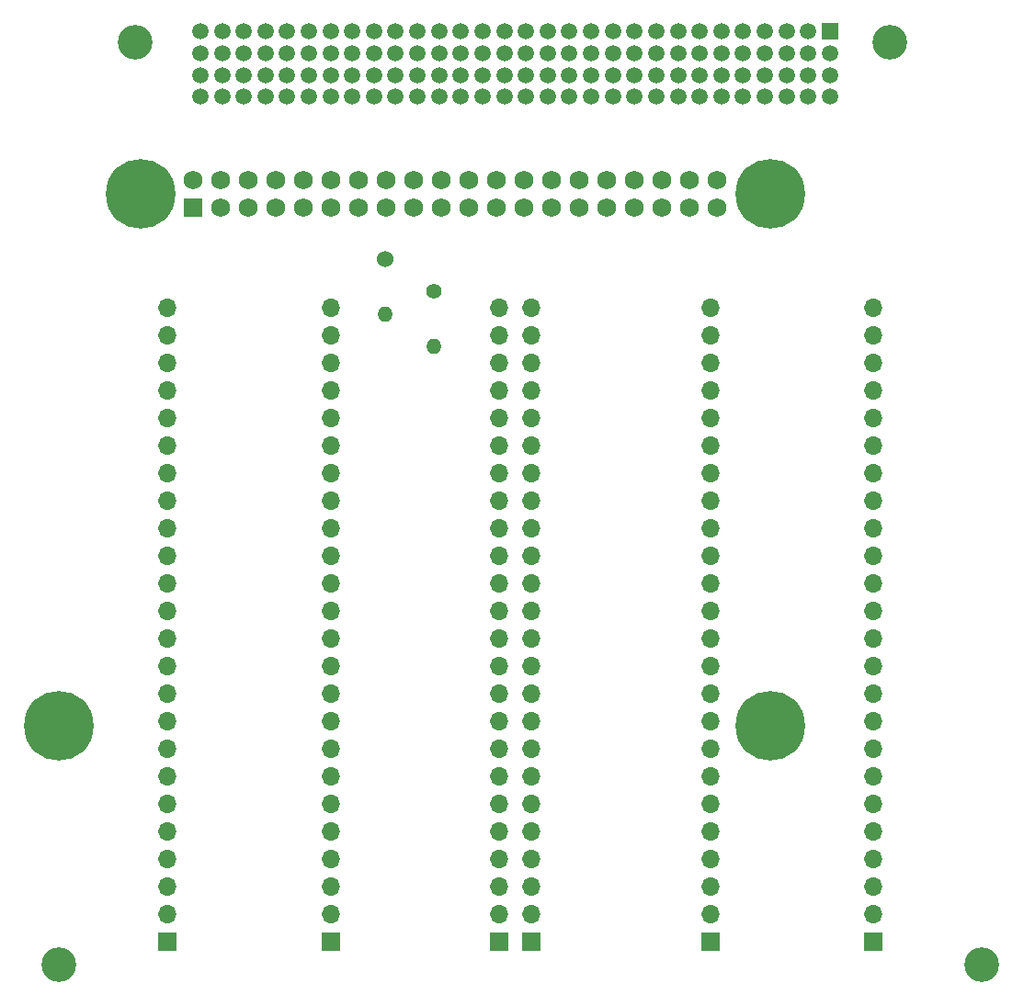
<source format=gbr>
%TF.GenerationSoftware,KiCad,Pcbnew,8.0.0*%
%TF.CreationDate,2025-01-17T03:29:13+02:00*%
%TF.ProjectId,diplomna_2024_pcb_layout,6469706c-6f6d-46e6-915f-323032345f70,rev?*%
%TF.SameCoordinates,Original*%
%TF.FileFunction,Soldermask,Top*%
%TF.FilePolarity,Negative*%
%FSLAX46Y46*%
G04 Gerber Fmt 4.6, Leading zero omitted, Abs format (unit mm)*
G04 Created by KiCad (PCBNEW 8.0.0) date 2025-01-17 03:29:13*
%MOMM*%
%LPD*%
G01*
G04 APERTURE LIST*
G04 Aperture macros list*
%AMRoundRect*
0 Rectangle with rounded corners*
0 $1 Rounding radius*
0 $2 $3 $4 $5 $6 $7 $8 $9 X,Y pos of 4 corners*
0 Add a 4 corners polygon primitive as box body*
4,1,4,$2,$3,$4,$5,$6,$7,$8,$9,$2,$3,0*
0 Add four circle primitives for the rounded corners*
1,1,$1+$1,$2,$3*
1,1,$1+$1,$4,$5*
1,1,$1+$1,$6,$7*
1,1,$1+$1,$8,$9*
0 Add four rect primitives between the rounded corners*
20,1,$1+$1,$2,$3,$4,$5,0*
20,1,$1+$1,$4,$5,$6,$7,0*
20,1,$1+$1,$6,$7,$8,$9,0*
20,1,$1+$1,$8,$9,$2,$3,0*%
G04 Aperture macros list end*
%ADD10R,1.700000X1.700000*%
%ADD11O,1.700000X1.700000*%
%ADD12C,6.404000*%
%ADD13C,3.200000*%
%ADD14RoundRect,0.102000X-0.762000X-0.762000X0.762000X-0.762000X0.762000X0.762000X-0.762000X0.762000X0*%
%ADD15C,1.728000*%
%ADD16R,1.500000X1.500000*%
%ADD17C,1.500000*%
%ADD18C,1.524000*%
%ADD19O,1.400000X1.400000*%
%ADD20C,1.400000*%
G04 APERTURE END LIST*
D10*
%TO.C,REF\u002A\u002A*%
X186000000Y-138400000D03*
D11*
X186000000Y-135860000D03*
X186000000Y-133320000D03*
X186000000Y-130780000D03*
X186000000Y-128240000D03*
X186000000Y-125700000D03*
X186000000Y-123160000D03*
X186000000Y-120620000D03*
X186000000Y-118080000D03*
X186000000Y-115540000D03*
X186000000Y-113000000D03*
X186000000Y-110460000D03*
X186000000Y-107920000D03*
X186000000Y-105380000D03*
X186000000Y-102840000D03*
X186000000Y-100300000D03*
X186000000Y-97760000D03*
X186000000Y-95220000D03*
X186000000Y-92680000D03*
X186000000Y-90140000D03*
X186000000Y-87600000D03*
X186000000Y-85060000D03*
X186000000Y-82520000D03*
X186000000Y-79980000D03*
%TD*%
D12*
%TO.C,*%
X161000000Y-118500000D03*
%TD*%
D13*
%TO.C,REF\u002A\u002A*%
X237500000Y-55500000D03*
%TD*%
D14*
%TO.C,REF\u002A\u002A*%
X173370000Y-70770000D03*
D15*
X173370000Y-68230000D03*
X175910000Y-70770000D03*
X175910000Y-68230000D03*
X178450000Y-70770000D03*
X178450000Y-68230000D03*
X180990000Y-70770000D03*
X180990000Y-68230000D03*
X183530000Y-70770000D03*
X183530000Y-68230000D03*
X186070000Y-70770000D03*
X186070000Y-68230000D03*
X188610000Y-70770000D03*
X188610000Y-68230000D03*
X191150000Y-70770000D03*
X191150000Y-68230000D03*
X193690000Y-70770000D03*
X193690000Y-68230000D03*
X196230000Y-70770000D03*
X196230000Y-68230000D03*
X198770000Y-70770000D03*
X198770000Y-68230000D03*
X201310000Y-70770000D03*
X201310000Y-68230000D03*
X203850000Y-70770000D03*
X203850000Y-68230000D03*
X206390000Y-70770000D03*
X206390000Y-68230000D03*
X208930000Y-70770000D03*
X208930000Y-68230000D03*
X211470000Y-70770000D03*
X211470000Y-68230000D03*
X214010000Y-70770000D03*
X214010000Y-68230000D03*
X216550000Y-70770000D03*
X216550000Y-68230000D03*
X219090000Y-70770000D03*
X219090000Y-68230000D03*
X221630000Y-70770000D03*
X221630000Y-68230000D03*
D12*
X168500000Y-69500000D03*
X226500000Y-69500000D03*
X226500000Y-118500000D03*
%TD*%
D13*
%TO.C,REF\u002A\u002A*%
X168000000Y-55500000D03*
%TD*%
D10*
%TO.C,REF\u002A\u002A*%
X236000000Y-138400000D03*
D11*
X236000000Y-135860000D03*
X236000000Y-133320000D03*
X236000000Y-130780000D03*
X236000000Y-128240000D03*
X236000000Y-125700000D03*
X236000000Y-123160000D03*
X236000000Y-120620000D03*
X236000000Y-118080000D03*
X236000000Y-115540000D03*
X236000000Y-113000000D03*
X236000000Y-110460000D03*
X236000000Y-107920000D03*
X236000000Y-105380000D03*
X236000000Y-102840000D03*
X236000000Y-100300000D03*
X236000000Y-97760000D03*
X236000000Y-95220000D03*
X236000000Y-92680000D03*
X236000000Y-90140000D03*
X236000000Y-87600000D03*
X236000000Y-85060000D03*
X236000000Y-82520000D03*
X236000000Y-79980000D03*
%TD*%
D13*
%TO.C,REF\u002A\u002A*%
X246000000Y-140500000D03*
%TD*%
D10*
%TO.C,REF\u002A\u002A*%
X204500000Y-138400000D03*
D11*
X204500000Y-135860000D03*
X204500000Y-133320000D03*
X204500000Y-130780000D03*
X204500000Y-128240000D03*
X204500000Y-125700000D03*
X204500000Y-123160000D03*
X204500000Y-120620000D03*
X204500000Y-118080000D03*
X204500000Y-115540000D03*
X204500000Y-113000000D03*
X204500000Y-110460000D03*
X204500000Y-107920000D03*
X204500000Y-105380000D03*
X204500000Y-102840000D03*
X204500000Y-100300000D03*
X204500000Y-97760000D03*
X204500000Y-95220000D03*
X204500000Y-92680000D03*
X204500000Y-90140000D03*
X204500000Y-87600000D03*
X204500000Y-85060000D03*
X204500000Y-82520000D03*
X204500000Y-79980000D03*
%TD*%
D10*
%TO.C,REF\u002A\u002A*%
X201500000Y-138400000D03*
D11*
X201500000Y-135860000D03*
X201500000Y-133320000D03*
X201500000Y-130780000D03*
X201500000Y-128240000D03*
X201500000Y-125700000D03*
X201500000Y-123160000D03*
X201500000Y-120620000D03*
X201500000Y-118080000D03*
X201500000Y-115540000D03*
X201500000Y-113000000D03*
X201500000Y-110460000D03*
X201500000Y-107920000D03*
X201500000Y-105380000D03*
X201500000Y-102840000D03*
X201500000Y-100300000D03*
X201500000Y-97760000D03*
X201500000Y-95220000D03*
X201500000Y-92680000D03*
X201500000Y-90140000D03*
X201500000Y-87600000D03*
X201500000Y-85060000D03*
X201500000Y-82520000D03*
X201500000Y-79980000D03*
%TD*%
D10*
%TO.C,REF\u002A\u002A*%
X171000000Y-138420000D03*
D11*
X171000000Y-135880000D03*
X171000000Y-133340000D03*
X171000000Y-130800000D03*
X171000000Y-128260000D03*
X171000000Y-125720000D03*
X171000000Y-123180000D03*
X171000000Y-120640000D03*
X171000000Y-118100000D03*
X171000000Y-115560000D03*
X171000000Y-113020000D03*
X171000000Y-110480000D03*
X171000000Y-107940000D03*
X171000000Y-105400000D03*
X171000000Y-102860000D03*
X171000000Y-100320000D03*
X171000000Y-97780000D03*
X171000000Y-95240000D03*
X171000000Y-92700000D03*
X171000000Y-90160000D03*
X171000000Y-87620000D03*
X171000000Y-85080000D03*
X171000000Y-82540000D03*
X171000000Y-80000000D03*
%TD*%
D16*
%TO.C,J\u002A\u002A*%
X232000000Y-54500000D03*
D17*
X230000000Y-54500000D03*
X228000000Y-54500000D03*
X226000000Y-54500000D03*
X224000000Y-54500000D03*
X222000000Y-54500000D03*
X220000000Y-54500000D03*
X218000000Y-54500000D03*
X216000000Y-54500000D03*
X214000000Y-54500000D03*
X212000000Y-54500000D03*
X210000000Y-54500000D03*
X208000000Y-54500000D03*
X206000000Y-54500000D03*
X204000000Y-54500000D03*
X202000000Y-54500000D03*
X200000000Y-54500000D03*
X198000000Y-54500000D03*
X196000000Y-54500000D03*
X194000000Y-54500000D03*
X192000000Y-54500000D03*
X190000000Y-54500000D03*
X188000000Y-54500000D03*
X186000000Y-54500000D03*
X184000000Y-54500000D03*
X182000000Y-54500000D03*
X180000000Y-54500000D03*
X178000000Y-54500000D03*
X176000000Y-54500000D03*
X174000000Y-54500000D03*
X232000000Y-56500000D03*
X230000000Y-56500000D03*
X228000000Y-56500000D03*
X226000000Y-56500000D03*
X224000000Y-56500000D03*
X222000000Y-56500000D03*
X220000000Y-56500000D03*
X218000000Y-56500000D03*
X216000000Y-56500000D03*
X214000000Y-56500000D03*
X212000000Y-56500000D03*
X210000000Y-56500000D03*
X208000000Y-56500000D03*
X206000000Y-56500000D03*
X204000000Y-56500000D03*
X202000000Y-56500000D03*
X200000000Y-56500000D03*
X198000000Y-56500000D03*
X196000000Y-56500000D03*
X194000000Y-56500000D03*
X192000000Y-56500000D03*
X190000000Y-56500000D03*
X188000000Y-56500000D03*
X186000000Y-56500000D03*
X184000000Y-56500000D03*
X182000000Y-56500000D03*
X180000000Y-56500000D03*
X178000000Y-56500000D03*
X176000000Y-56500000D03*
X174000000Y-56500000D03*
X232000000Y-58500000D03*
X230000000Y-58500000D03*
X228000000Y-58500000D03*
X226000000Y-58500000D03*
X224000000Y-58500000D03*
X222000000Y-58500000D03*
X220000000Y-58500000D03*
X218000000Y-58500000D03*
X216000000Y-58500000D03*
X214000000Y-58500000D03*
X212000000Y-58500000D03*
X210000000Y-58500000D03*
X208000000Y-58500000D03*
X206000000Y-58500000D03*
X204000000Y-58500000D03*
X202000000Y-58500000D03*
X200000000Y-58500000D03*
X198000000Y-58500000D03*
X196000000Y-58500000D03*
X194000000Y-58500000D03*
X192000000Y-58500000D03*
X190000000Y-58500000D03*
X188000000Y-58500000D03*
X186000000Y-58500000D03*
X184000000Y-58500000D03*
X182000000Y-58500000D03*
X180000000Y-58500000D03*
X178000000Y-58500000D03*
X176000000Y-58500000D03*
X174000000Y-58500000D03*
X232000000Y-60500000D03*
X230000000Y-60500000D03*
X228000000Y-60500000D03*
X226000000Y-60500000D03*
X224000000Y-60500000D03*
X222000000Y-60500000D03*
X220000000Y-60500000D03*
X218000000Y-60500000D03*
X216000000Y-60500000D03*
X214000000Y-60500000D03*
X212000000Y-60500000D03*
X210000000Y-60500000D03*
X208000000Y-60500000D03*
X206000000Y-60500000D03*
X204000000Y-60500000D03*
X202000000Y-60500000D03*
X200000000Y-60500000D03*
X198000000Y-60500000D03*
X196000000Y-60500000D03*
X194000000Y-60500000D03*
X192000000Y-60500000D03*
X190000000Y-60500000D03*
X188000000Y-60500000D03*
X186000000Y-60500000D03*
X184000000Y-60500000D03*
X182000000Y-60500000D03*
X180000000Y-60500000D03*
X178000000Y-60500000D03*
X176000000Y-60500000D03*
X174000000Y-60500000D03*
%TD*%
D13*
%TO.C,REF\u002A\u002A*%
X161000000Y-140500000D03*
%TD*%
D18*
%TO.C,REF\u002A\u002A*%
X191000000Y-75460000D03*
D19*
X191000000Y-80540000D03*
%TD*%
D20*
%TO.C,REF\u002A\u002A*%
X195500000Y-78460000D03*
D19*
X195500000Y-83540000D03*
%TD*%
D10*
%TO.C,REF\u002A\u002A*%
X221000000Y-138400000D03*
D11*
X221000000Y-135860000D03*
X221000000Y-133320000D03*
X221000000Y-130780000D03*
X221000000Y-128240000D03*
X221000000Y-125700000D03*
X221000000Y-123160000D03*
X221000000Y-120620000D03*
X221000000Y-118080000D03*
X221000000Y-115540000D03*
X221000000Y-113000000D03*
X221000000Y-110460000D03*
X221000000Y-107920000D03*
X221000000Y-105380000D03*
X221000000Y-102840000D03*
X221000000Y-100300000D03*
X221000000Y-97760000D03*
X221000000Y-95220000D03*
X221000000Y-92680000D03*
X221000000Y-90140000D03*
X221000000Y-87600000D03*
X221000000Y-85060000D03*
X221000000Y-82520000D03*
X221000000Y-79980000D03*
%TD*%
M02*

</source>
